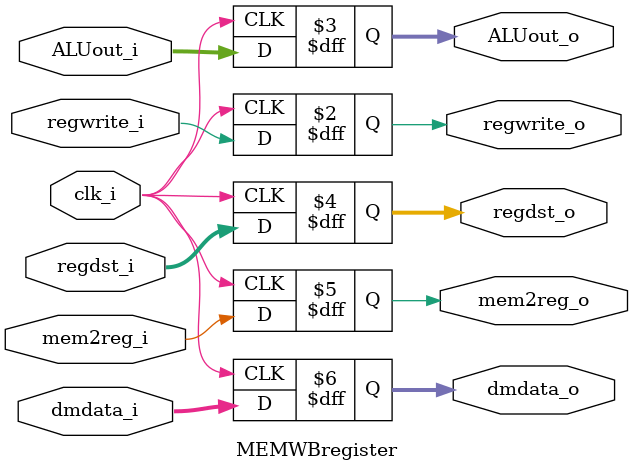
<source format=v>
module IFIDRegister
(
	clk_i,
	pc_i,
	inst_i,
	pc_o,
	inst_o
);
	input clk_i;
	input [31:0] pc_i;
	input [31:0] inst_i;

	output reg [31:0] pc_o;
	output reg [31:0] inst_o;

	always@(posedge clk_i) begin
		pc_o <= pc_i;
		inst_o <= inst_i;
	end

endmodule

module IDEXRegister
(
	clk_i,
	regdst_ctrl,
	aluop_ctrl,
	alusrc_ctrl,
	regwrite_ctrl,
	memread_ctrl,
	memwrite_ctrl,
	mem2reg_ctrl,
	rsdata_i,
	rtdata_i,
	immediate_i,
	rsaddr_i,
	rtaddr_i,
	rdaddr_i,
	func_i,
	regdst_o,
	aluop_o,
	alusrc_o,
	regwrite_o,
	memread_o,
	memwrite_o,
	mem2reg_o,
	rsdata_o,
	rtdata_o,
	immediate_o,
	rsaddr_o,
	rtaddr_o,
	rdaddr_o,
	func_o
);

	input clk_i;
	input regdst_ctrl;
	input [2:0] aluop_ctrl;
	input alusrc_ctrl;
	input regwrite_ctrl;
	input memread_ctrl;
	input memwrite_ctrl;
	input mem2reg_ctrl;
	input [31:0] rsdata_i;
	input [31:0] rtdata_i;
	input [31:0] immediate_i;
	input [4:0] rsaddr_i;
	input [4:0] rtaddr_i;
	input [4:0] rdaddr_i;
	input [5:0] func_i;

	output reg regdst_o;
	output reg [2:0] aluop_o;
	output reg alusrc_o;
	output reg regwrite_o;
	output reg memread_o;
	output reg memwrite_o;
	output reg mem2reg_o;
	output reg [31:0] rsdata_o;
	output reg [31:0] rtdata_o;
	output reg [31:0] immediate_o;
	output reg [4:0] rsaddr_o;
	output reg [4:0] rtaddr_o;
	output reg [4:0] rdaddr_o;
	output reg [5:0] func_o;

	always@(posedge clk_i) begin		
		regdst_o <= regdst_ctrl;
		aluop_o <= aluop_ctrl;
		alusrc_o <= alusrc_ctrl;
		regwrite_o <= regwrite_ctrl;
		memread_o <= memread_ctrl;
		memwrite_o <= memwrite_ctrl;
		mem2reg_o <= mem2reg_ctrl;
		rsdata_o <= rsdata_i;
		rtdata_o <= rtdata_i;
		immediate_o <= immediate_i;
		rsaddr_o <= rsaddr_i;
		rtaddr_o <= rtaddr_i;
		rdaddr_o <= rdaddr_i;
		func_o <= func_i;

	end

endmodule

module EXMEMregister
(
	clk_i,
	regwrite_i,
	ALUout_i,
	regdst_i,
	ALUrtdata_i,
	memread_i,
	memwrite_i,
	mem2reg_i,
	regwrite_o,
	ALUout_o,
	regdst_o,
	ALUrtdata_o,
	memread_o,
	memwrite_o,
	mem2reg_o
);
	input clk_i;
	input regwrite_i;
	input [31:0] ALUout_i;
	input [4:0] regdst_i;
	input [31:0] ALUrtdata_i;
	input memread_i, memwrite_i, mem2reg_i;

	output reg regwrite_o;
	output reg [31:0] ALUout_o;
	output reg [4:0] regdst_o;
	output reg [31:0] ALUrtdata_o;
	output reg memread_o, memwrite_o, mem2reg_o;

	always@(posedge clk_i) begin
		regwrite_o <= regwrite_i;
		ALUout_o <= ALUout_i;
		regdst_o <= regdst_i;
		ALUrtdata_o <= 	ALUrtdata_i;
		memread_o <= memread_i;
		memwrite_o <= memwrite_i;
		mem2reg_o <= mem2reg_i;
	end

endmodule

module MEMWBregister
(
	clk_i,
	regwrite_i,
	ALUout_i,
	regdst_i,
	mem2reg_i,
	dmdata_i,
	regwrite_o,
	ALUout_o,
	regdst_o,
	mem2reg_o,
	dmdata_o
);
	input clk_i;
	input regwrite_i;
	input [31:0] ALUout_i;
	input [4:0] regdst_i;
	input mem2reg_i;
	input [31:0] dmdata_i;

	output reg regwrite_o;
	output reg [31:0] ALUout_o;
	output reg [4:0] regdst_o;
	output reg mem2reg_o;
	output reg [31:0] dmdata_o;

	always@(posedge clk_i) begin
		regwrite_o <= regwrite_i;
		ALUout_o <= ALUout_i;
		regdst_o <= regdst_i;
		mem2reg_o <= mem2reg_i;
		dmdata_o <= dmdata_i;
	end
endmodule
</source>
